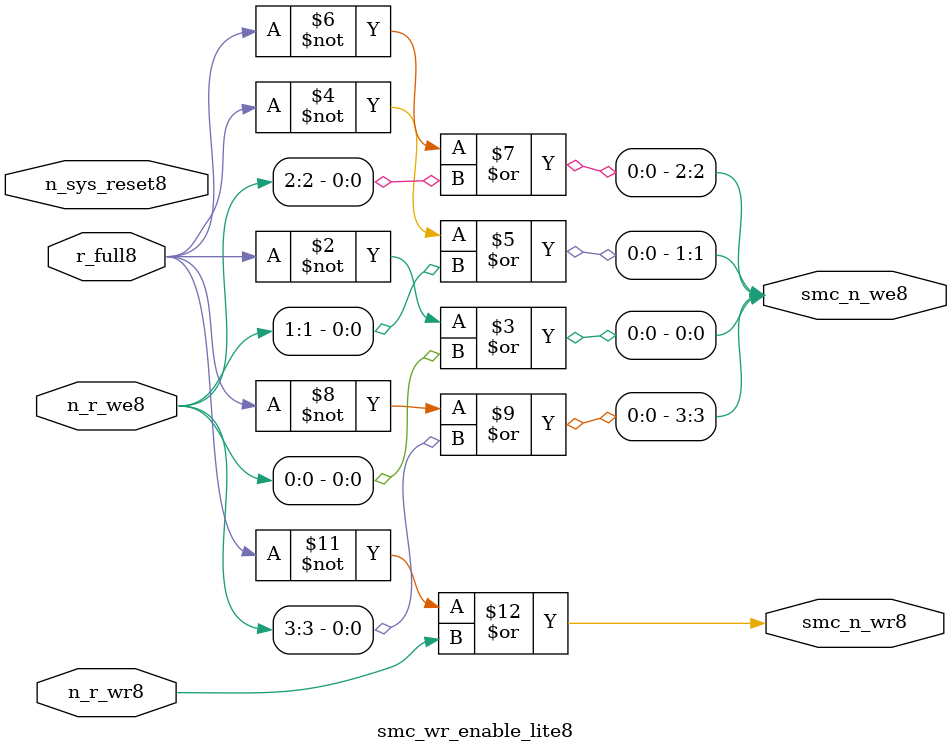
<source format=v>


  module smc_wr_enable_lite8 (

                      //inputs8                      

                      n_sys_reset8,
                      r_full8,
                      n_r_we8,
                      n_r_wr8,

                      //outputs8

                      smc_n_we8,
                      smc_n_wr8);

//I8/O8
   
   input             n_sys_reset8;   //system reset
   input             r_full8;    // Full cycle write strobe8
   input [3:0]       n_r_we8;    //write enable from smc_strobe8
   input             n_r_wr8;    //write strobe8 from smc_strobe8
   output [3:0]      smc_n_we8;  // write enable (active low8)
   output            smc_n_wr8;  // write strobe8 (active low8)
   
   
//output reg declaration8.
   
   reg [3:0]          smc_n_we8;
   reg                smc_n_wr8;

//----------------------------------------------------------------------
// negedge strobes8 with clock8.
//----------------------------------------------------------------------
      

//----------------------------------------------------------------------
      
//--------------------------------------------------------------------
// Gate8 Write strobes8 with clock8.
//--------------------------------------------------------------------

  always @(r_full8 or n_r_we8)
  
  begin
  
     smc_n_we8[0] = ((~r_full8  ) | n_r_we8[0] );

     smc_n_we8[1] = ((~r_full8  ) | n_r_we8[1] );

     smc_n_we8[2] = ((~r_full8  ) | n_r_we8[2] );

     smc_n_we8[3] = ((~r_full8  ) | n_r_we8[3] );

  
  end

//--------------------------------------------------------------------   
//write strobe8 generation8
//--------------------------------------------------------------------   

  always @(n_r_wr8 or r_full8 )
  
     begin
  
        smc_n_wr8 = ((~r_full8 ) | n_r_wr8 );
       
     end

endmodule // smc_wr_enable8


</source>
